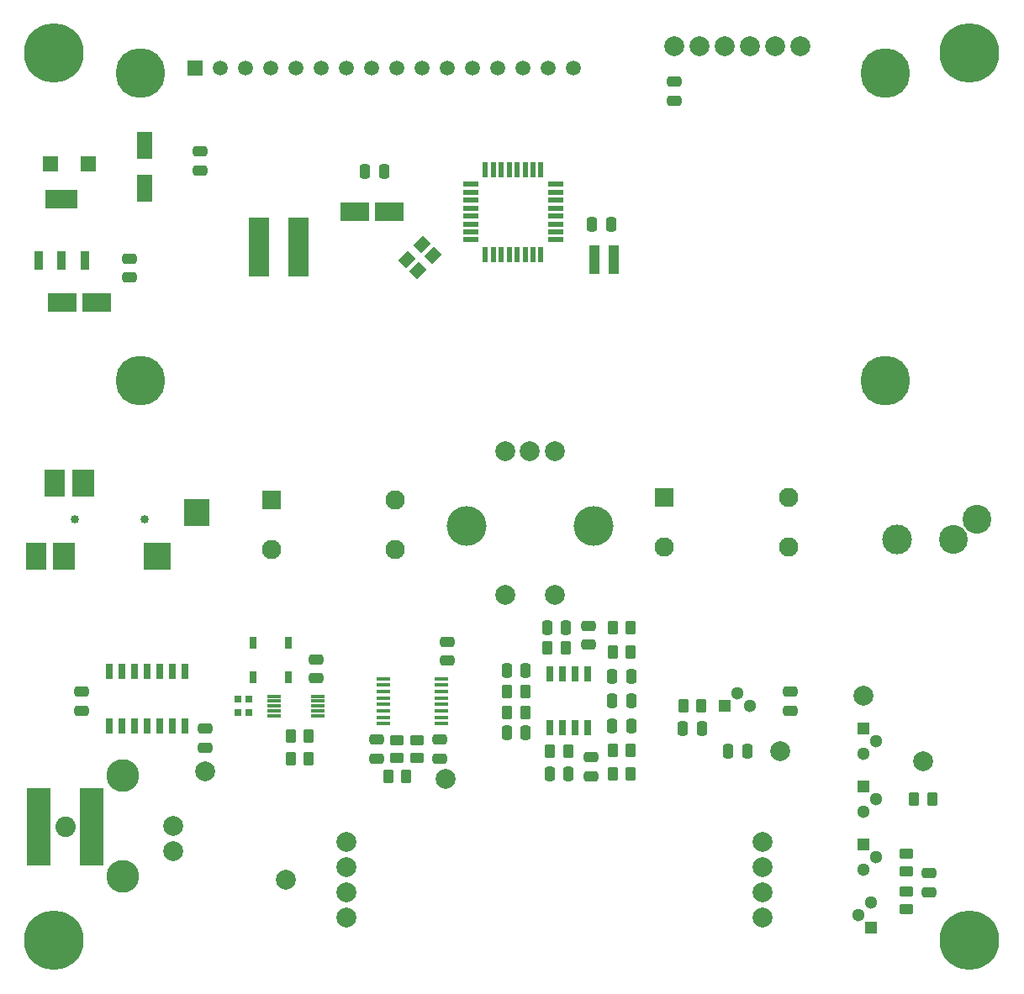
<source format=gbr>
%TF.GenerationSoftware,KiCad,Pcbnew,(6.0.0)*%
%TF.CreationDate,2022-01-14T09:31:31+02:00*%
%TF.ProjectId,uSDX_SMD,75534458-5f53-44d4-942e-6b696361645f,rev?*%
%TF.SameCoordinates,Original*%
%TF.FileFunction,Soldermask,Top*%
%TF.FilePolarity,Negative*%
%FSLAX46Y46*%
G04 Gerber Fmt 4.6, Leading zero omitted, Abs format (unit mm)*
G04 Created by KiCad (PCBNEW (6.0.0)) date 2022-01-14 09:31:31*
%MOMM*%
%LPD*%
G01*
G04 APERTURE LIST*
G04 Aperture macros list*
%AMRoundRect*
0 Rectangle with rounded corners*
0 $1 Rounding radius*
0 $2 $3 $4 $5 $6 $7 $8 $9 X,Y pos of 4 corners*
0 Add a 4 corners polygon primitive as box body*
4,1,4,$2,$3,$4,$5,$6,$7,$8,$9,$2,$3,0*
0 Add four circle primitives for the rounded corners*
1,1,$1+$1,$2,$3*
1,1,$1+$1,$4,$5*
1,1,$1+$1,$6,$7*
1,1,$1+$1,$8,$9*
0 Add four rect primitives between the rounded corners*
20,1,$1+$1,$2,$3,$4,$5,0*
20,1,$1+$1,$4,$5,$6,$7,0*
20,1,$1+$1,$6,$7,$8,$9,0*
20,1,$1+$1,$8,$9,$2,$3,0*%
%AMRotRect*
0 Rectangle, with rotation*
0 The origin of the aperture is its center*
0 $1 length*
0 $2 width*
0 $3 Rotation angle, in degrees counterclockwise*
0 Add horizontal line*
21,1,$1,$2,0,0,$3*%
G04 Aperture macros list end*
%ADD10RoundRect,0.250000X0.250000X0.475000X-0.250000X0.475000X-0.250000X-0.475000X0.250000X-0.475000X0*%
%ADD11RoundRect,0.250000X-0.475000X0.250000X-0.475000X-0.250000X0.475000X-0.250000X0.475000X0.250000X0*%
%ADD12RoundRect,0.250000X0.475000X-0.250000X0.475000X0.250000X-0.475000X0.250000X-0.475000X-0.250000X0*%
%ADD13R,1.450000X0.450000*%
%ADD14R,0.650000X1.550000*%
%ADD15C,2.050000*%
%ADD16R,2.440000X7.760000*%
%ADD17C,2.000000*%
%ADD18C,1.300000*%
%ADD19R,1.300000X1.300000*%
%ADD20RoundRect,0.250000X0.262500X0.450000X-0.262500X0.450000X-0.262500X-0.450000X0.262500X-0.450000X0*%
%ADD21RoundRect,0.250000X-0.262500X-0.450000X0.262500X-0.450000X0.262500X0.450000X-0.262500X0.450000X0*%
%ADD22RoundRect,0.250000X0.450000X-0.262500X0.450000X0.262500X-0.450000X0.262500X-0.450000X-0.262500X0*%
%ADD23RoundRect,0.250000X-0.450000X0.262500X-0.450000X-0.262500X0.450000X-0.262500X0.450000X0.262500X0*%
%ADD24RoundRect,0.250000X-0.250000X-0.475000X0.250000X-0.475000X0.250000X0.475000X-0.250000X0.475000X0*%
%ADD25R,0.650000X1.525000*%
%ADD26RotRect,1.150000X1.400000X135.000000*%
%ADD27R,1.600000X2.800000*%
%ADD28R,2.000000X6.000000*%
%ADD29R,1.000000X3.000000*%
%ADD30R,2.900000X1.850000*%
%ADD31R,2.000000X2.800000*%
%ADD32R,2.800000X2.800000*%
%ADD33R,2.200000X2.800000*%
%ADD34R,2.600000X2.800000*%
%ADD35C,0.850000*%
%ADD36C,2.900000*%
%ADD37C,3.000000*%
%ADD38R,1.950000X1.950000*%
%ADD39C,1.950000*%
%ADD40C,6.000000*%
%ADD41R,1.500000X0.600000*%
%ADD42R,0.600000X1.500000*%
%ADD43R,0.900000X1.850000*%
%ADD44R,3.200000X1.850000*%
%ADD45R,1.500000X1.500000*%
%ADD46C,1.500000*%
%ADD47C,5.000000*%
%ADD48C,4.000000*%
%ADD49R,0.750000X0.750000*%
%ADD50R,0.800000X1.300000*%
%ADD51R,1.400000X0.300000*%
%ADD52R,1.530000X1.630000*%
%ADD53C,3.300000*%
G04 APERTURE END LIST*
D10*
%TO.C,C2*%
X84008000Y-86868000D03*
X82108000Y-86868000D03*
%TD*%
%TO.C,C5*%
X88580000Y-89154000D03*
X86680000Y-89154000D03*
%TD*%
D11*
%TO.C,C7*%
X92964000Y-83124000D03*
X92964000Y-85024000D03*
%TD*%
D12*
%TO.C,C8*%
X51308000Y-89850000D03*
X51308000Y-87950000D03*
%TD*%
D11*
%TO.C,C10*%
X57658000Y-87950000D03*
X57658000Y-89850000D03*
%TD*%
%TO.C,C12*%
X58420000Y-78110000D03*
X58420000Y-80010000D03*
%TD*%
%TO.C,C13*%
X106934000Y-101412000D03*
X106934000Y-103312000D03*
%TD*%
%TO.C,C30*%
X21590000Y-83124000D03*
X21590000Y-85024000D03*
%TD*%
D13*
%TO.C,IC3*%
X51939000Y-81799000D03*
X51939000Y-82449000D03*
X51939000Y-83099000D03*
X51939000Y-83749000D03*
X51939000Y-84399000D03*
X51939000Y-85049000D03*
X51939000Y-85699000D03*
X51939000Y-86349000D03*
X57789000Y-86349000D03*
X57789000Y-85699000D03*
X57789000Y-85049000D03*
X57789000Y-84399000D03*
X57789000Y-83749000D03*
X57789000Y-83099000D03*
X57789000Y-82449000D03*
X57789000Y-81799000D03*
%TD*%
D14*
%TO.C,IC4*%
X24384000Y-86545000D03*
X25654000Y-86545000D03*
X26924000Y-86545000D03*
X28194000Y-86545000D03*
X29464000Y-86545000D03*
X30734000Y-86545000D03*
X32004000Y-86545000D03*
X32004000Y-81095000D03*
X30734000Y-81095000D03*
X29464000Y-81095000D03*
X28194000Y-81095000D03*
X26924000Y-81095000D03*
X25654000Y-81095000D03*
X24384000Y-81095000D03*
%TD*%
D15*
%TO.C,J2*%
X19912000Y-96730000D03*
D16*
X17252000Y-96730000D03*
X22572000Y-96730000D03*
%TD*%
D17*
%TO.C,P1*%
X81280000Y-18084800D03*
%TD*%
%TO.C,P4*%
X88900000Y-18084800D03*
%TD*%
%TO.C,P5*%
X91440000Y-18084800D03*
%TD*%
%TO.C,P6*%
X93980000Y-18084800D03*
%TD*%
D18*
%TO.C,Q1*%
X88900000Y-84582000D03*
X87630000Y-83312000D03*
D19*
X86360000Y-84582000D03*
%TD*%
D18*
%TO.C,Q2*%
X100330000Y-89408000D03*
X101600000Y-88138000D03*
D19*
X100330000Y-86868000D03*
%TD*%
D18*
%TO.C,Q3*%
X100330000Y-95250000D03*
X101600000Y-93980000D03*
D19*
X100330000Y-92710000D03*
%TD*%
D18*
%TO.C,Q4*%
X100330000Y-101092000D03*
X101600000Y-99822000D03*
D19*
X100330000Y-98552000D03*
%TD*%
D18*
%TO.C,Q5*%
X101050000Y-104394000D03*
X99780000Y-105664000D03*
D19*
X101050000Y-106934000D03*
%TD*%
D20*
%TO.C,R3*%
X83970500Y-84582000D03*
X82145500Y-84582000D03*
%TD*%
D21*
%TO.C,R4*%
X52427500Y-91694000D03*
X54252500Y-91694000D03*
%TD*%
D22*
%TO.C,R5*%
X53340000Y-89812500D03*
X53340000Y-87987500D03*
%TD*%
%TO.C,R6*%
X55372000Y-89812500D03*
X55372000Y-87987500D03*
%TD*%
D20*
%TO.C,R8*%
X107235000Y-93980000D03*
X105410000Y-93980000D03*
%TD*%
D23*
%TO.C,R9*%
X104648000Y-103227500D03*
X104648000Y-105052500D03*
%TD*%
%TO.C,R10*%
X104648000Y-99417500D03*
X104648000Y-101242500D03*
%TD*%
D17*
%TO.C,TP1*%
X42164000Y-102108000D03*
%TD*%
%TO.C,TP2*%
X58171781Y-91937784D03*
%TD*%
%TO.C,TP4*%
X100330000Y-83566000D03*
%TD*%
%TO.C,TP5*%
X106322500Y-90170000D03*
%TD*%
%TO.C,TP6*%
X34036000Y-91186000D03*
%TD*%
%TO.C,U1*%
X90170000Y-98298000D03*
X90170000Y-100838000D03*
X90170000Y-103378000D03*
X90170000Y-105918000D03*
X48260000Y-98298000D03*
X48260000Y-100838000D03*
X48260000Y-103378000D03*
X48260000Y-105918000D03*
%TD*%
%TO.C,TP3*%
X91948000Y-89154000D03*
%TD*%
%TO.C,P2*%
X83820000Y-18084800D03*
%TD*%
%TO.C,P3*%
X86360000Y-18084800D03*
%TD*%
D11*
%TO.C,C29*%
X81280000Y-21656000D03*
X81280000Y-23556000D03*
%TD*%
D24*
%TO.C,C34*%
X74996000Y-86541332D03*
X76896000Y-86541332D03*
%TD*%
D25*
%TO.C,U3*%
X72517000Y-81362000D03*
X71247000Y-81362000D03*
X69977000Y-81362000D03*
X68707000Y-81362000D03*
X68707000Y-86786000D03*
X69977000Y-86786000D03*
X71247000Y-86786000D03*
X72517000Y-86786000D03*
%TD*%
D21*
%TO.C,R24*%
X75053500Y-76678000D03*
X76878500Y-76678000D03*
%TD*%
%TO.C,R23*%
X75053500Y-79106333D03*
X76878500Y-79106333D03*
%TD*%
%TO.C,R21*%
X75053500Y-88999665D03*
X76878500Y-88999665D03*
%TD*%
%TO.C,R22*%
X75053500Y-91428000D03*
X76878500Y-91428000D03*
%TD*%
D24*
%TO.C,C21*%
X74996000Y-84052999D03*
X76896000Y-84052999D03*
%TD*%
D10*
%TO.C,C20*%
X70358000Y-76708000D03*
X68458000Y-76708000D03*
%TD*%
%TO.C,C17*%
X66294000Y-81026000D03*
X64394000Y-81026000D03*
%TD*%
%TO.C,C18*%
X70612000Y-91398000D03*
X68712000Y-91398000D03*
%TD*%
%TO.C,C19*%
X66294000Y-87294855D03*
X64394000Y-87294855D03*
%TD*%
D20*
%TO.C,R14*%
X66236500Y-83125618D03*
X64411500Y-83125618D03*
%TD*%
%TO.C,R17*%
X70300500Y-78740000D03*
X68475500Y-78740000D03*
%TD*%
%TO.C,R16*%
X70554500Y-89113426D03*
X68729500Y-89113426D03*
%TD*%
%TO.C,R15*%
X66236500Y-85195236D03*
X64411500Y-85195236D03*
%TD*%
D24*
%TO.C,C27*%
X74996000Y-81564666D03*
X76896000Y-81564666D03*
%TD*%
D12*
%TO.C,C25*%
X72644000Y-78378000D03*
X72644000Y-76478000D03*
%TD*%
D11*
%TO.C,C24*%
X72898000Y-89728000D03*
X72898000Y-91628000D03*
%TD*%
D26*
%TO.C,Y2*%
X55413868Y-40713503D03*
X56969503Y-39157868D03*
X55838132Y-38026497D03*
X54282497Y-39582132D03*
%TD*%
D27*
%TO.C,C1*%
X27940000Y-28076000D03*
X27940000Y-32376000D03*
%TD*%
D28*
%TO.C,L2*%
X39402000Y-38354000D03*
X43402000Y-38354000D03*
%TD*%
D29*
%TO.C,L1*%
X75168000Y-39590000D03*
X73168000Y-39590000D03*
%TD*%
D30*
%TO.C,C9*%
X23086000Y-43942000D03*
X19586000Y-43942000D03*
%TD*%
D12*
%TO.C,C6*%
X26416000Y-41402000D03*
X26416000Y-39502000D03*
%TD*%
D30*
%TO.C,C33*%
X52550000Y-34798000D03*
X49050000Y-34798000D03*
%TD*%
D24*
%TO.C,C31*%
X72964000Y-36034000D03*
X74864000Y-36034000D03*
%TD*%
D11*
%TO.C,C3*%
X33528000Y-28702000D03*
X33528000Y-30602000D03*
%TD*%
D31*
%TO.C,J4*%
X16980000Y-69490000D03*
D32*
X29180000Y-69490000D03*
D33*
X21680000Y-62090000D03*
X19780000Y-69490000D03*
D34*
X33180000Y-65040000D03*
D31*
X18880000Y-62090000D03*
D35*
X20880000Y-65790000D03*
X27880000Y-65790000D03*
%TD*%
D36*
%TO.C,J3*%
X111760000Y-65782000D03*
X109310000Y-67782000D03*
D37*
X103710000Y-67782000D03*
%TD*%
D38*
%TO.C,S2*%
X80264998Y-63536000D03*
D39*
X92764998Y-63536000D03*
X80264998Y-68536000D03*
X92764998Y-68536000D03*
%TD*%
D38*
%TO.C,S1*%
X40675000Y-63790000D03*
D39*
X53175000Y-63790000D03*
X40675000Y-68790000D03*
X53175000Y-68790000D03*
%TD*%
D40*
%TO.C, *%
X18796000Y-18796000D03*
%TD*%
%TO.C, *%
X18796000Y-108204000D03*
%TD*%
%TO.C, *%
X110998000Y-18796000D03*
%TD*%
D41*
%TO.C,IC5*%
X60770000Y-31998000D03*
X60770000Y-32798000D03*
X60770000Y-33598000D03*
X60770000Y-34398000D03*
X60770000Y-35198000D03*
X60770000Y-35998000D03*
X60770000Y-36798000D03*
X60770000Y-37598000D03*
D42*
X62220000Y-39048000D03*
X63020000Y-39048000D03*
X63820000Y-39048000D03*
X64620000Y-39048000D03*
X65420000Y-39048000D03*
X66220000Y-39048000D03*
X67020000Y-39048000D03*
X67820000Y-39048000D03*
D41*
X69270000Y-37598000D03*
X69270000Y-36798000D03*
X69270000Y-35998000D03*
X69270000Y-35198000D03*
X69270000Y-34398000D03*
X69270000Y-33598000D03*
X69270000Y-32798000D03*
X69270000Y-31998000D03*
D42*
X67820000Y-30548000D03*
X67020000Y-30548000D03*
X66220000Y-30548000D03*
X65420000Y-30548000D03*
X64620000Y-30548000D03*
X63820000Y-30548000D03*
X63020000Y-30548000D03*
X62220000Y-30548000D03*
%TD*%
D43*
%TO.C,IC2*%
X17258000Y-39676000D03*
X19558000Y-39676000D03*
X21858000Y-39676000D03*
D44*
X19558000Y-33476000D03*
%TD*%
D45*
%TO.C,U2*%
X33020000Y-20320000D03*
D46*
X35560000Y-20320000D03*
X38100000Y-20320000D03*
X40640000Y-20320000D03*
X43180000Y-20320000D03*
X45720000Y-20320000D03*
X48260000Y-20320000D03*
X50800000Y-20320000D03*
X53340000Y-20320000D03*
X55880000Y-20320000D03*
X58420000Y-20320000D03*
X60960000Y-20320000D03*
X63500000Y-20320000D03*
X66040000Y-20320000D03*
X68580000Y-20320000D03*
X71120000Y-20320000D03*
D47*
X27520000Y-20820000D03*
X102520000Y-20820000D03*
X102520000Y-51820000D03*
X27520000Y-51820000D03*
%TD*%
D48*
%TO.C,SW1*%
X73119999Y-66413000D03*
X60319999Y-66413000D03*
D17*
X69219999Y-58913000D03*
X64219999Y-58913000D03*
X66719999Y-58913000D03*
X69219999Y-73413000D03*
X64219999Y-73413000D03*
%TD*%
D20*
%TO.C,R2*%
X44450000Y-89916000D03*
X42625000Y-89916000D03*
%TD*%
%TO.C,R1*%
X44450000Y-87630000D03*
X42625000Y-87630000D03*
%TD*%
D49*
%TO.C,Y1*%
X37321000Y-85257000D03*
X37321000Y-83907000D03*
X38371000Y-83907000D03*
X38371000Y-85257000D03*
%TD*%
D12*
%TO.C,C4*%
X45212000Y-81788000D03*
X45212000Y-79888000D03*
%TD*%
D50*
%TO.C,D2*%
X38862000Y-81632000D03*
X38862000Y-78232000D03*
%TD*%
D51*
%TO.C,IC1*%
X40980000Y-83582000D03*
X40980000Y-84082000D03*
X40980000Y-84582000D03*
X40980000Y-85082000D03*
X40980000Y-85582000D03*
X45380000Y-85582000D03*
X45380000Y-85082000D03*
X45380000Y-84582000D03*
X45380000Y-84082000D03*
X45380000Y-83582000D03*
%TD*%
D50*
%TO.C,D3*%
X42418000Y-81632000D03*
X42418000Y-78232000D03*
%TD*%
D52*
%TO.C,D1*%
X18420000Y-29972000D03*
X22220000Y-29972000D03*
%TD*%
D12*
%TO.C,C28*%
X34036000Y-88768000D03*
X34036000Y-86868000D03*
%TD*%
D10*
%TO.C,C32*%
X52004000Y-30734000D03*
X50104000Y-30734000D03*
%TD*%
D40*
%TO.C, *%
X110998000Y-108204000D03*
%TD*%
D17*
%TO.C,J5*%
X30792000Y-96679000D03*
X30792000Y-99219000D03*
D53*
X25712000Y-91599000D03*
X25712000Y-101759000D03*
%TD*%
M02*

</source>
